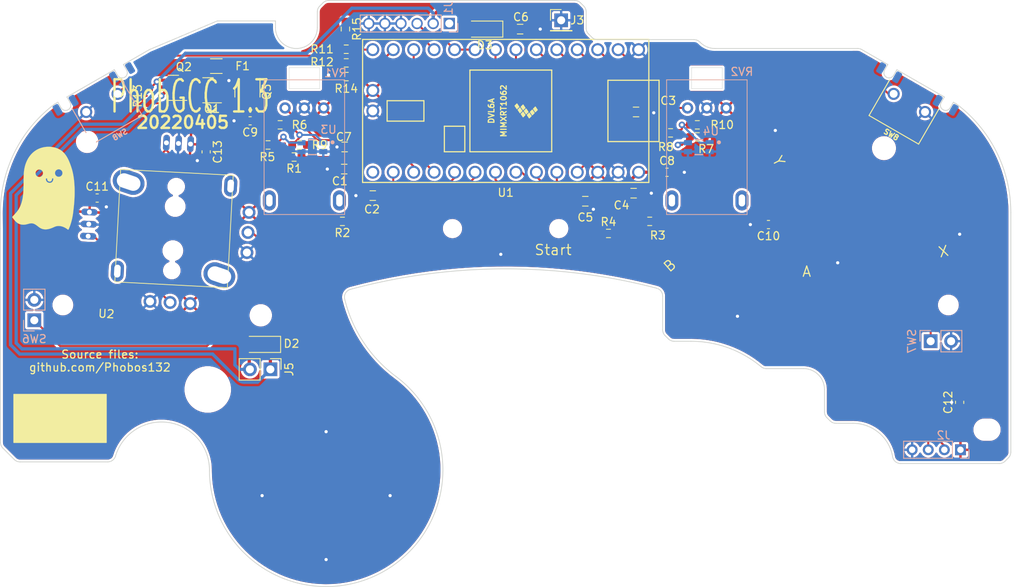
<source format=kicad_pcb>
(kicad_pcb (version 20211014) (generator pcbnew)
  (layers (0 "F.Cu" signal) (31 "B.Cu" signal) (36 "B.SilkS" user "B.Silkscreen") (37 "F.SilkS" user "F.Silkscreen") (38 "B.Mask" user) (39 "F.Mask" user) (44 "Edge.Cuts" user))
  (net 0 "")
  (net 1 "GND")
  (net 2 "+3V3")
  (net 3 "/C_x")
  (net 4 "/C_y")
  (net 5 "/A")
  (net 6 "/B")
  (net 7 "/X")
  (net 8 "/Y")
  (net 9 "/R")
  (net 10 "/Start")
  (net 11 "/Z")
  (net 12 "/Dleft")
  (net 13 "/Dup")
  (net 14 "/Dright")
  (net 15 "/Ddown")
  (net 16 "/Lanalog")
  (net 17 "/Ranalog")
  (net 18 "/Stick_x")
  (net 19 "/Stick_y")
  (net 20 "/L")
  (net 21 "/Stick_x_filt")
  (net 22 "/Stick_y_filt")
  (net 23 "+5V")
  (net 25 "/Rumble")
  (net 27 "/C_x_filt")
  (net 28 "/C_y_filt")
  (net 29 "Net-(R5-Pad2)")
  (net 30 "Net-(R6-Pad2)")
  (net 31 "Net-(R7-Pad2)")
  (net 32 "Net-(Q1-Pad1)")
  (net 33 "Net-(R10-Pad2)")
  (net 34 "Net-(C6-Pad1)")
  (net 35 "Net-(F1-Pad2)")
  (net 36 "Net-(Q1-Pad3)")
  (net 37 "/Brake")
  (net 38 "Net-(Q3-Pad1)")
  (net 39 "Net-(D2-Pad2)")
  (net 40 "/Data")
  (net 41 "unconnected-(U1-Pad11)")
  (footprint "Gamecube MB:ABXY_Contact_Omron_Switch" (layer "F.Cu") (at 153.85 78.35)
    (fp_text reference "SW1" hide)
    (fp_text value "A")
  )
  (footprint "Gamecube MB:ABXY_Contact_Omron_Switch" (layer "F.Cu") (at 138.65 86.05 41)
    (fp_text reference "SW2" hide)
    (fp_text value "B")
  )
  (footprint "Gamecube MB:Z_Switch_Edge" (layer "F.Cu") (at 162.751443 62.775 -30)
    (fp_text reference "SW8")
    (fp_text value "1825027-5")
  )
  (footprint "Gamecube MB:Dpad_Contact_TL3315NF_2" (layer "F.Cu") (at 82.35 108.4 180)
    (fp_text reference "SW9" hide)
    (fp_text value "Dleft" hide)
  )
  (footprint "Gamecube MB:Dpad_Contact_TL3315NF_2" (layer "F.Cu") (at 90.3 100.45 180)
    (fp_text reference "SW10" hide)
    (fp_text value "Dup" hide)
  )
  (footprint "Gamecube MB:Dpad_Contact_TL3315NF_2" (layer "F.Cu") (at 98.25 108.4 180)
    (fp_text reference "SW11" hide)
    (fp_text value "Dright" hide)
  )
  (footprint "Gamecube MB:Dpad_Contact_TL3315NF_2" (layer "F.Cu") (at 90.3 116.35 180)
    (fp_text reference "SW12" hide)
    (fp_text value "Ddown" hide)
  )
  (footprint "Capacitor_SMD:C_0603_1608Metric_Pad1.08x0.95mm_HandSolder" (layer "F.Cu") (at 61.8625 74.6)
    (fp_text reference "C11")
    (fp_text value "1u")
  )
  (footprint "Gamecube MB:GCC_Stickbox_2" (layer "F.Cu") (at 71.405083 78.398232 -3)
    (fp_text reference "U2")
    (fp_text value "2x DRV5053CAQLPGM Hall Effect Sensors")
  )
  (footprint "Capacitors_SMD:C_0603_HandSoldering" (layer "F.Cu") (at 96.1 74.3 180)
    (fp_text reference "C2")
    (fp_text value "0.047u")
  )
  (footprint "Capacitors_SMD:C_0603_HandSoldering" (layer "F.Cu") (at 92.55 71 180)
    (fp_text reference "C1")
    (fp_text value "0.047u")
  )
  (footprint "Capacitors_SMD:C_0603_HandSoldering" (layer "F.Cu") (at 92.6 68.25 180)
    (fp_text reference "C7")
    (fp_text value "0.047u")
  )
  (footprint "Capacitors_SMD:C_0603_HandSoldering" (layer "F.Cu") (at 128.8 63.9)
    (fp_text reference "C3")
    (fp_text value "0.047u")
  )
  (footprint "Capacitors_SMD:C_0603_HandSoldering" (layer "F.Cu") (at 128.5 74)
    (fp_text reference "C4")
    (fp_text value "0.047u")
  )
  (footprint "Gamecube MB:Start_Contact" (layer "F.Cu") (at 112.6 78.45)
    (fp_text reference "SW5" hide)
    (fp_text value "Start")
  )
  (footprint "Gamecube MB:ABXY_Contact_Omron_Switch" (layer "F.Cu") (at 149.85 64.25 -63)
    (fp_text reference "SW4" hide)
    (fp_text value "Y")
  )
  (footprint "Connector_PinHeader_2.54mm:PinHeader_1x01_P2.54mm_Vertical" (layer "F.Cu") (at 119.5 52.5)
    (fp_text reference "J3")
    (fp_text value "Conn_01x01_Male")
  )
  (footprint "teensy:Teensy40_Edge_Pins" (layer "F.Cu") (at 112.61 63.77 180)
    (fp_text reference "U1")
    (fp_text value "Teensy4.0")
  )
  (footprint "Gamecube MB:MountingHole_5.2mm" (layer "F.Cu") (at 75.6 98.4)
    (fp_text reference "H1" hide)
    (fp_text value "5.2mm")
  )
  (footprint "Gamecube MB:MountingHole_2.0mm" (layer "F.Cu") (at 57.6 87.9)
    (fp_text reference "H3" hide)
    (fp_text value "2mm")
  )
  (footprint "Gamecube MB:MountingHole_1.8mm" (layer "F.Cu") (at 106 78.4)
    (fp_text reference "H5" hide)
    (fp_text value "1.8mm")
  )
  (footprint "Gamecube MB:MountingHole_1.8mm" (layer "F.Cu") (at 119.2 78.4)
    (fp_text reference "H6" hide)
    (fp_text value "1.8mm")
  )
  (footprint "Gamecube MB:MountingHole_2.4mm" (layer "F.Cu") (at 159.6 68.4)
    (fp_text reference "H7" hide)
    (fp_text value "2.4mm")
  )
  (footprint "Gamecube MB:MountingHole_2.0mm" (layer "F.Cu") (at 167.6 87.9)
    (fp_text reference "H4" hide)
    (fp_text value "2mm")
  )
  (footprint "Gamecube MB:MountingHole_2.2mm" (layer "F.Cu") (at 60.616622 67.616621)
    (fp_text reference "H8" hide)
    (fp_text value "2.2mm")
  )
  (footprint "Gamecube MB:ABXY_Contact_Omron_Switch" (layer "F.Cu") (at 168.15 74.95 12)
    (fp_text reference "SW3" hide)
    (fp_text value "X")
  )
  (footprint "Gamecube MB:Slot" (layer "F.Cu") (at 172.4 103.4)
    (fp_text reference "H2" hide)
    (fp_text value "Slot")
  )
  (footprint "Gamecube MB:MountingHole_2.2mm" (layer "F.Cu") (at 82.183378 89.183378)
    (fp_text reference "H9" hide)
    (fp_text value "2.2mm")
  )
  (footprint "Capacitors_SMD:C_0603_HandSoldering" (layer "F.Cu") (at 122.5 75)
    (fp_text reference "C5")
    (fp_text value "0.047u")
  )
  (footprint "Resistor_SMD:R_0603_1608Metric_Pad0.98x0.95mm_HandSolder" (layer "F.Cu") (at 92.325 77.5 180)
    (fp_text reference "R2")
    (fp_text value "1k")
  )
  (footprint "Resistor_SMD:R_0603_1608Metric_Pad0.98x0.95mm_HandSolder" (layer "F.Cu") (at 86.325 69.5 180)
    (fp_text reference "R1")
    (fp_text value "1k")
  )
  (footprint "Capacitors_SMD:C_0603_HandSoldering" (layer "F.Cu") (at 114.4 53.6)
    (fp_text reference "C6")
    (fp_text value "0.047u")
  )
  (footprint "Capacitor_SMD:C_0603_1608Metric_Pad1.08x0.95mm_HandSolder" (layer "F.Cu") (at 132.65 71.4)
    (fp_text reference "C8")
    (fp_text value "1u")
  )
  (footprint "Capacitor_SMD:C_0603_1608Metric_Pad1.08x0.95mm_HandSolder" (layer "F.Cu") (at 169 100 90)
    (fp_text reference "C12")
    (fp_text value "1u")
  )
  (footprint "Capacitor_SMD:C_0603_1608Metric_Pad1.08x0.95mm_HandSolder" (layer "F.Cu") (at 145.25 77.9 180)
    (fp_text reference "C10")
    (fp_text value "1u")
  )
  (footprint "Resistor_SMD:R_1206_3216Metric" (layer "F.Cu") (at 76.6625 58.2)
    (fp_text reference "F1")
    (fp_text value "Fuse")
  )
  (footprint "Resistor_SMD:R_0603_1608Metric_Pad0.98x0.95mm_HandSolder" (layer "F.Cu") (at 92.8 59.5)
    (fp_text reference "R14")
    (fp_text value "10k")
  )
  (footprint "Gamecube MB:Ghost Logo" (layer "F.Cu") (at 55.4 73.5)
    (fp_text reference "G***" hide)
    (fp_text value "LOGO" hide)
  )
  (footprint "Resistor_SMD:R_0603_1608Metric_Pad0.98x0.95mm_HandSolder" (layer "F.Cu") (at 136.4125 67 180)
    (fp_text reference "R7")
    (fp_text value "1k")
  )
  (footprint "Capacitor_SMD:C_0603_1608Metric_Pad1.08x0.95mm_HandSolder" (layer "F.Cu") (at 75.4 68.8625 -90)
    (fp_text reference "C13")
    (fp_text value "1u")
  )
  (footprint "Diode_SMD:D_SOD-123" (layer "F.Cu") (at 110 53.6 180)
    (fp_text reference "D3")
    (fp_text value "M7C")
  )
  (footprint "Resistor_SMD:R_0603_1608Metric_Pad0.98x0.95mm_HandSolder" (layer "F.Cu") (at 130.5 77.5)
    (fp_text reference "R3")
    (fp_text value "1k")
  )
  (footprint "Resistor_SMD:R_0603_1608Metric_Pad0.98x0.95mm_HandSolder" (layer "F.Cu") (at 125.375 79)
    (fp_text reference "R4")
    (fp_text value "1k")
  )
  (footprint "Resistor_SMD:R_0603_1608Metric_Pad0.98x0.95mm_HandSolder" (layer "F.Cu") (at 133.0875 66.5 180)
    (fp_text reference "R8")
    (fp_text value "1k")
  )
  (footprint "Package_TO_SOT_SMD:SOT-23" (layer "F.Cu") (at 80.525 61.4 -90)
    (fp_text reference "Q3")
    (fp_text value "Q_NMOS_GSD")
  )
  (footprint "Resistor_SMD:R_0603_1608Metric_Pad0.98x0.95mm_HandSolder" (layer "F.Cu") (at 68.325 61.9 90)
    (fp_text reference "R13")
    (fp_text value "10k")
  )
  (footprint "Capacitor_SMD:C_0603_1608Metric_Pad1.08x0.95mm_HandSolder" (layer "F.Cu") (at 80.8625 65 180)
    (fp_text reference "C9")
    (fp_text value "1u")
  )
  (footprint "Resistor_SMD:R_0603_1608Metric_Pad0.98x0.95mm_HandSolder" (layer "F.Cu") (at 83.0875 68)
    (fp_text reference "R5")
    (fp_text value "1k")
  )
  (footprint "Resistor_SMD:R_0603_1608Metric_Pad0.98x0.95mm_HandSolder" (layer "F.Cu") (at 92.7 53.5875 -90)
    (fp_text reference "R15")
    (fp_text value "10k")
  )
  (footprint "Connector_PinHeader_2.54mm:PinHeader_1x02_P2.54mm_Vertical" (layer "F.Cu") (at 83.375 95.9 -90)
    (fp_text reference "J5")
    (fp_text value "Conn_01x02_Male")
  )
  (footprint "Resistor_SMD:R_0603_1608Metric_Pad0.98x0.95mm_HandSolder" (layer "F.Cu") (at 84.5875 65.5)
    (fp_text reference "R6")
    (fp_text value "4k7")
  )
  (footprint "Package_TO_SOT_SMD:SOT-23" (layer "F.Cu") (at 75.625 61.2 180)
    (fp_text reference "Q1")
    (fp_text value "Q_NMOS_GSD")
  )
  (footprint "Diode_SMD:D_SOD-123" (layer "F.Cu") (at 82.4 92.8 180)
    (fp_text reference "D2")
    (fp_text value "M7C")
  )
  (footprint "Resistor_SMD:R_0603_1608Metric_Pad0.98x0.95mm_HandSolder" (layer "F.Cu") (at 92.8 56.1 180)
    (fp_text reference "R11")
    (fp_text value "100R")
  )
  (footprint "Resistor_SMD:R_0603_1608Metric_Pad0.98x0.95mm_HandSolder" (layer "F.Cu") (at 136.4125 65.5 180)
    (fp_text reference "R10")
    (fp_text value "4k7")
  )
  (footprint "Resistor_SMD:R_0603_1608Metric_Pad0.98x0.95mm_HandSolder" (layer "F.Cu") (at 87 68)
    (fp_text reference "R9")
    (fp_text value "1k")
  )
  (footprint "Package_TO_SOT_SMD:SOT-23" (layer "F.Cu") (at 71.325 60.9 180)
    (fp_text reference "Q2")
    (fp_text value "Q_PMOS_GDS")
  )
  (footprint "Resistor_SMD:R_0603_1608Metric_Pad0.98x0.95mm_HandSolder" (layer "F.Cu") (at 92.8 57.8 180)
    (fp_text reference "R12")
    (fp_text value "100R")
  )
  (footprint "Pin_Headers:Pin_Header_Straight_1x02_Pitch2.54mm" (layer "B.Cu") (at 54.05 89.8)
    (fp_text reference "SW6")
    (fp_text value "L")
  )
  (footprint "Pin_Headers:Pin_Header_Straight_1x02_Pitch2.54mm" (layer "B.Cu") (at 165.4 92.4 -90)
    (fp_text reference "SW7")
    (fp_text value "R")
  )
  (footprint "Gamecube MB:GCC_Slider" (layer "B.Cu") (at 137.6 63.4 180)
    (fp_text reference "RV2")
    (fp_text value "R_POT_MountingPin")
  )
  (footprint "Gamecube MB:GCC_Slider" (layer "B.Cu") (at 87.6 63.4 180)
    (fp_text reference "RV1")
    (fp_text value "R_POT_MountingPin")
  )
  (footprint "Pin_Headers:Pin_Header_Straight_1x04_Pitch2.00mm" (layer "B.Cu") (at 169.1 105.9 90)
    (fp_text reference "J2")
    (fp_text value "Conn_01x04_Female")
  )
  (footprint "Gamecube MB:GCC_Header_Straight_1x06_Pitch2.00mm" (layer "B.Cu") (at 105.6 52.9 90)
    (fp_text reference "J1")
    (fp_text value "Conn_01x06_Female")
  )
  (footprint "Gamecube MB:Z_Switch_Edge" (layer "B.Cu") (at 62.445765 62.775 -150)
    (fp_text reference "SW8")
    (fp_text value "1825027-5")
  )
  (footprint "Gamecube MB:Sharp_Microelectronics-GP2S60-MFG" (layer "B.Cu") (at 88.6 68.275 180)
    (fp_text reference "U3")
    (fp_text value "GP2S60-MFG" hide)
  )
  (footprint "Gamecube MB:Sharp_Microelectronics-GP2S60-MFG" (layer "B.Cu") (at 136.6 68.275 180)
    (fp_text reference "U4")
    (fp_text value "GP2S60-MFG" hide)
  )
  (gr_poly (pts (xy 63 105) (xy 51.5 105) (xy 51.5 99) (xy 63 99)) (layer "F.SilkS") (width 0.1) (fill solid))
  (gr_line (start 85.7 61) (end 85.7 58.4) (layer "Edge.Cuts") (width 0.05))
  (gr_line (start 135.7 61) (end 135.7 58.4) (layer "Edge.Cuts") (width 0.05))
  (gr_line (start 161.660995 107.607107) (end 173.942892 107.607107) (layer "Edge.Cuts") (width 0.1))
  (gr_line (start 166.697895 62.732132) (end 167.096672 62.038607) (layer "Edge.Cuts") (width 0.1))
  (gr_arc (start 52.271319 107.407107) (mid 51.888636 107.330986) (end 51.564213 107.114213) (layer "Edge.Cuts") (width 0.1))
  (gr_line (start 152.207106 98.407107) (end 152.207106 101.192893) (layer "Edge.Cuts") (width 0.1))
  (gr_line (start 153.621319 102.607107) (end 155.744915 102.607107) (layer "Edge.Cuts") (width 0.1))
  (gr_line (start 160.074731 58.000991) (end 156.838573 56.1402) (layer "Edge.Cuts") (width 0.1))
  (gr_arc (start 167.824873 63.380144) (mid 166.937378 63.619627) (end 166.697895 62.732132) (layer "Edge.Cuts") (width 0.1))
  (gr_line (start 135.7 58.4) (end 139.5 58.4) (layer "Edge.Cuts") (width 0.05))
  (gr_line (start 174.649999 107.314213) (end 175.064212 106.9) (layer "Edge.Cuts") (width 0.1))
  (gr_line (start 161.201709 58.649003) (end 160.802932 59.342529) (layer "Edge.Cuts") (width 0.1))
  (gr_line (start 89.5 61) (end 85.7 61) (layer "Edge.Cuts") (width 0.05))
  (gr_arc (start 131.359616 85.813703) (mid 131.898469 86.16995) (end 132.107106 86.781297) (layer "Edge.Cuts") (width 0.1))
  (gr_arc (start 92.608864 87.15648) (mid 92.720453 86.410866) (end 93.320992 85.955076) (layer "Edge.Cuts") (width 0.1))
  (gr_arc (start 89.207106 53.407107) (mid 86.607106 56.007107) (end 84.007106 53.407107) (layer "Edge.Cuts") (width 0.1))
  (gr_line (start 89.207106 51.450963) (end 89.207106 53.407107) (layer "Edge.Cuts") (width 0.1))
  (gr_arc (start 89.207106 51.450963) (mid 89.283226 51.068279) (end 89.499999 50.743856) (layer "Edge.Cuts") (width 0.1))
  (gr_line (start 168.607106 62.907107) (end 168.22365 62.68662) (layer "Edge.Cuts") (width 0.1))
  (gr_arc (start 133.521318 92.407107) (mid 133.138635 92.330986) (end 132.814212 92.114213) (layer "Edge.Cuts") (width 0.1))
  (gr_arc (start 93.320992 85.955077) (mid 112.331099 83.40762) (end 131.359616 85.813703) (layer "Edge.Cuts") (width 0.1))
  (gr_arc (start 138.607106 56.007107) (mid 137.591534 55.800559) (end 136.737319 55.213733) (layer "Edge.Cuts") (width 0.1))
  (gr_line (start 132.399999 91.7) (end 132.814212 92.114213) (layer "Edge.Cuts") (width 0.1))
  (gr_arc (start 49.840102 76.407107) (mid 51.62164 68.860375) (end 56.590102 62.907107) (layer "Edge.Cuts") (width 0.1))
  (gr_line (start 49.857106 78.407107) (end 49.857106 104.992893) (layer "Edge.Cuts") (width 0.1))
  (gr_arc (start 122.314213 50.743856) (mid 122.530986 51.068279) (end 122.607106 51.450963) (layer "Edge.Cuts") (width 0.1))
  (gr_line (start 152.499999 101.9) (end 152.914212 102.314213) (layer "Edge.Cuts") (width 0.1))
  (gr_arc (start 168.607106 62.907107) (mid 173.575565 68.860378) (end 175.357106 76.407107) (layer "Edge.Cuts") (width 0.1))
  (gr_line (start 89.914212 50.329643) (end 89.499999 50.743856) (layer "Edge.Cuts") (width 0.1))
  (gr_arc (start 135.607106 92.407106) (mid 140.249987 93.223411) (end 144.335996 95.574417) (layer "Edge.Cuts") (width 0.1))
  (gr_arc (start 144.977271 95.807106) (mid 144.636178 95.747135) (end 144.335996 95.574417) (layer "Edge.Cuts") (width 0.1))
  (gr_line (start 168.22365 62.68662) (end 167.824873 63.380145) (layer "Edge.Cuts") (width 0.1))
  (gr_line (start 139.5 58.4) (end 139.5 61) (layer "Edge.Cuts") (width 0.05))
  (gr_line (start 122.607106 53.494375) (end 122.607106 51.450963) (layer "Edge.Cuts") (width 0.1))
  (gr_arc (start 124.021319 54.908589) (mid 123.638635 54.832469) (end 123.314212 54.615696) (layer "Edge.Cuts") (width 0.1))
  (gr_line (start 84.007106 52.580115) (end 76.779945 52.580115) (layer "Edge.Cuts") (width 0.1))
  (gr_line (start 52.27132 107.407107) (end 63.177448 107.407107) (layer "Edge.Cuts") (width 0.1))
  (gr_line (start 122.314212 50.743856) (end 121.899999 50.329643) (layer "Edge.Cuts") (width 0.1))
  (gr_arc (start 64.135292 106.694399) (mid 70.711063 102.508705) (end 75.807105 108.407107) (layer "Edge.Cuts") (width 0.1))
  (gr_line (start 85.7 58.4) (end 89.5 58.4) (layer "Edge.Cuts") (width 0.05))
  (gr_arc (start 155.744914 102.607106) (mid 158.972401 103.788293) (end 160.674982 106.773773) (layer "Edge.Cuts") (width 0.1))
  (gr_line (start 167.096672 62.038607) (end 161.201709 58.649003) (layer "Edge.Cuts") (width 0.1))
  (gr_arc (start 122.899999 54.201482) (mid 122.683226 53.877059) (end 122.607106 53.494375) (layer "Edge.Cuts") (width 0.1))
  (gr_line (start 132.107106 86.781297) (end 132.107106 90.992893) (layer "Edge.Cuts") (width 0.1))
  (gr_arc (start 98.971544 96.780519) (mid 96.811553 121.366358) (end 75.807105 108.407107) (layer "Edge.Cuts") (width 0.1))
  (gr_arc (start 89.914212 50.329642) (mid 90.238635 50.112869) (end 90.621319 50.036749) (layer "Edge.Cuts") (width 0.1))
  (gr_line (start 84.007106 53.407107) (end 84.007106 52.580115) (layer "Edge.Cuts") (width 0.1))
  (gr_arc (start 153.621318 102.607107) (mid 153.238635 102.530986) (end 152.914212 102.314213) (layer "Edge.Cuts") (width 0.1))
  (gr_line (start 136.01817 54.908589) (end 124.021319 54.908589) (layer "Edge.Cuts") (width 0.1))
  (gr_line (start 175.357106 106.192893) (end 175.357106 76.407107) (layer "Edge.Cuts") (width 0.1))
  (gr_arc (start 152.499999 101.9) (mid 152.283226 101.575577) (end 152.207106 101.192893) (layer "Edge.Cuts") (width 0.1))
  (gr_arc (start 161.660994 107.607107) (mid 161.015497 107.370869) (end 160.674982 106.773773) (layer "Edge.Cuts") (width 0.1))
  (gr_line (start 68.358635 56.1402) (end 65.122477 58.000991) (layer "Edge.Cuts") (width 0.1))
  (gr_line (start 63.995499 58.649003) (end 58.100536 62.038607) (layer "Edge.Cuts") (width 0.1))
  (gr_line (start 121.192892 50.036749) (end 90.621319 50.036749) (layer "Edge.Cuts") (width 0.1))
  (gr_line (start 156.340102 56.007107) (end 138.607106 56.007107) (layer "Edge.Cuts") (width 0.1))
  (gr_line (start 89.5 58.4) (end 89.5 61) (layer "Edge.Cuts") (width 0.05))
  (gr_line (start 50.15 105.7) (end 51.564213 107.114213) (layer "Edge.Cuts") (width 0.1))
  (gr_arc (start 65.521254 58.694516) (mid 65.28179 59.581947) (end 64.394276 59.342528) (layer "Edge.Cuts") (width 0.1))
  (gr_line (start 159.675954 58.694516) (end 160.074731 58.000991) (layer "Edge.Cuts") (width 0.1))
  (gr_arc (start 160.802932 59.342528) (mid 159.915437 59.582011) (end 159.675954 58.694516) (layer "Edge.Cuts") (width 0.1))
  (gr_line (start 139.5 61) (end 135.7 61) (layer "Edge.Cuts") (width 0.05))
  (gr_arc (start 174.649999 107.314214) (mid 174.325576 107.530987) (end 173.942892 107.607107) (layer "Edge.Cuts") (width 0.1))
  (gr_line (start 57.372335 63.380145) (end 56.973558 62.68662) (layer "Edge.Cuts") (width 0.1))
  (gr_line (start 65.122477 58.000991) (end 65.521254 58.694516) (layer "Edge.Cuts") (width 0.1))
  (gr_arc (start 175.357106 106.192894) (mid 175.280985 106.575577) (end 175.064212 106.9) (layer "Edge.Cuts") (width 0.1))
  (gr_arc (start 121.192893 50.036749) (mid 121.575576 50.11287) (end 121.899999 50.329643) (layer "Edge.Cuts") (width 0.1))
  (gr_arc (start 98.971543 96.780519) (mid 94.948818 92.52476) (end 92.608865 87.156481) (layer "Edge.Cuts") (width 0.1))
  (gr_arc (start 149.607106 95.807107) (mid 151.445584 96.568629) (end 152.207106 98.407107) (layer "Edge.Cuts") (width 0.1))
  (gr_arc (start 136.01817 54.908589) (mid 136.408775 54.98803) (end 136.737319 55.213733) (layer "Edge.Cuts") (width 0.1))
  (gr_line (start 58.100536 62.038607) (end 58.499313 62.732132) (layer "Edge.Cuts") (width 0.1))
  (gr_line (start 76.779945 52.580115) (end 68.358635 56.1402) (layer "Edge.Cuts") (width 0.1))
  (gr_line (start 56.973558 62.68662) (end 56.590102 62.907107) (layer "Edge.Cuts") (width 0.1))
  (gr_line (start 64.394276 59.342529) (end 63.995499 58.649003) (layer "Edge.Cuts") (width 0.1))
  (gr_arc (start 156.340102 56.007106) (mid 156.598069 56.040952) (end 156.838573 56.1402) (layer "Edge.Cuts") (width 0.1))
  (gr_line (start 123.314212 54.615696) (end 122.899999 54.201482) (layer "Edge.Cuts") (width 0.1))
  (gr_arc (start 64.135291 106.694399) (mid 63.774402 107.209382) (end 63.177448 107.407107) (layer "Edge.Cuts") (width 0.1))
  (gr_line (start 49.840102 76.407107) (end 49.857106 78.407107) (layer "Edge.Cuts") (width 0.1))
  (gr_arc (start 58.499313 62.732132) (mid 58.259811 63.619585) (end 57.372335 63.380144) (layer "Edge.Cuts") (width 0.1))
  (gr_line (start 144.977271 95.807107) (end 149.607106 95.807107) (layer "Edge.Cuts") (width 0.1))
  (gr_arc (start 132.399999 91.7) (mid 132.183226 91.375577) (end 132.107106 90.992893) (layer "Edge.Cuts") (width 0.1))
  (gr_arc (start 50.149999 105.7) (mid 49.933226 105.375577) (end 49.857106 104.992893) (layer "Edge.Cuts") (width 0.1))
  (gr_line (start 133.521319 92.407107) (end 135.607106 92.407107) (layer "Edge.Cuts") (width 0.1))
  (gr_text "20220405" (at 72.5 65.2) (layer "F.SilkS") (effects (font (size 1.5 1.5) (thickness 0.3))))
  (gr_text "PhobGCC 1.3" (at 73.4 62) (layer "F.SilkS") (effects (font (size 4 2) (thickness 0.3))))
  (gr_text "Source files:\ngithub.com/Phobos132" (at 62.2 94.85) (layer "F.SilkS") (effects (font (size 1 1))))
  (segment (start 78.9875 60.4625) (end 78.525 60) (width 0.4) (layer "F.Cu") (net 1))
  (segment (start 79.575 60.4625) (end 78.9875 60.4625) (width 0.4) (layer "F.Cu") (net 1))
  (segment (start 74.3 69.95) (end 74.525 69.725) (width 0.25) (layer "F.Cu") (net 1))
  (segment (start 168.8625 99.1375) (end 168 100) (width 0.25) (layer "F.Cu") (net 1))
  (segment (start 74.525 69.725) (end 75.4 69.725) (width 0.25) (layer "F.Cu") (net 1))
  (segment (start 144.3 77.9) (end 143 77.9) (width 0.4) (layer "F.Cu") (net 1))
  (segment (start 92.925 52.9) (end 95.6 52.9) (width 0.25) (layer "F.Cu") (net 1))
  (segment (start 169 99.1375) (end 168.8625 99.1375) (width 0.25) (layer "F.Cu") (net 1))
  (segment (start 90.8 59.5) (end 90.6 59.3) (width 0.25) (layer "F.Cu") (net 1))
  (segment (start 129.75 63.9) (end 130.9 63.9) (width 0.25) (layer "F.Cu") (net 1))
  (segment (start 78.525 60) (end 78.225 60) (width 0.4) (layer "F.Cu") (net 1))
  (segment (start 62.725 75.425) (end 63 75.7) (width 0.25) (layer "F.Cu") (net 1))
  (segment (start 115.35 53.6) (end 116.9 53.6) (width 0.4) (layer "F.Cu") (net 1))
  (segment (start 123.5 76) (end 123.5 75.05) (width 0.25) (layer "F.Cu") (net 1))
  (segment (start 129.45 74) (end 130.700002 74) (width 0.25) (layer "F.Cu") (net 1))
  (segment (start 95.15 74.3) (end 94.000002 74.3) (width 0.25) (layer "F.Cu") (net 1))
  (segment (start 62.725 74.6) (end 62.725 75.425) (width 0.25) (layer "F.Cu") (net 1))
  (segment (start 91.6 71) (end 90.450002 71) (width 0.25) (layer "F.Cu") (net 1))
  (segment (start 80 65) (end 78.8625 65) (width 0.25) (layer "F.Cu") (net 1))
  (segment (start 77.975 60.25) (end 78.225 60) (width 0.4) (layer "F.Cu") (net 1))
  (segment (start 134.8 71.4) (end 133.6 71.4) (width 0.4) (layer "F.Cu") (net 1))
  (segment (start 91.8875 59.5) (end 90.8 59.5) (width 0.25) (layer "F.Cu") (net 1))
  (segment (start 130.9 63.9) (end 131 64) (width 0.25) (layer "F.Cu") (net 1))
  (segment (start 76.5625 60.25) (end 77.975 60.25) (width 0.4) (layer "F.Cu") (net 1))
  (via (at 98.25 111.6) (size 0.8) (drill 0.4) (layers "F.Cu" "B.Cu") (net 1))
  (via (at 91.65 68.25) (size 0.8) (drill 0.4) (layers "F.Cu" "B.Cu") (net 1))
  (via (at 78.225 60) (size 0.8) (drill 0.4) (layers "F.Cu" "B.Cu") (net 1))
  (via (at 123.5 76) (size 0.8) (drill 0.4) (layers "F.Cu" "B.Cu") (net 1))
  (via (at 143 77.9) (size 0.8) (drill 0.4) (layers "F.Cu" "B.Cu") (net 1))
  (via (at 94.000002 74.3) (size 0.8) (drill 0.4) (layers "F.Cu" "B.Cu") (net 1))
  (via (at 112 81.6) (size 0.8) (drill 0.4) (layers "F.Cu" "B.Cu") (net 1))
  (via (at 63 75.7) (size 0.8) (drill 0.4) (layers "F.Cu" "B.Cu") (net 1))
  (via (at 90.3 119.55) (size 0.8) (drill 0.4) (layers "F.Cu" "B.Cu") (net 1))
  (via (at 78.8625 65) (size 0.8) (drill 0.4) (layers "F.Cu" "B.Cu") (net 1))
  (via (at 130.700002 74) (size 0.8) (drill 0.4) (layers "F.Cu" "B.Cu") (net 1))
  (via (at 90.6 59.3) (size 0.8) (drill 0.4) (layers "F.Cu" "B.Cu") (net 1))
  (via (at 169 79.1) (size 0.8) (drill 0.4) (layers "F.Cu" "B.Cu") (net 1))
  (via (at 131 64) (size 0.8) (drill 0.4) (layers "F.Cu" "B.Cu") (net 1))
  (via (at 146.1 66.2) (size 0.8) (drill 0.4) (layers "F.Cu" "B.Cu") (net 1))
  (via (at 153.85 82.65) (size 0.8) (drill 0.4) (layers "F.Cu" "B.Cu") (net 1))
  (via (at 90.3 103.65) (size 0.8) (drill 0.4) (layers "F.Cu" "B.Cu") (net 1))
  (via (at 116.9 53.6) (size 0.8) (drill 0.4) (layers "F.Cu" "B.Cu") (net 1))
  (via (at 90.450002 71) (size 0.8) (drill 0.4) (layers "F.Cu" "B.Cu") (net 1))
  (via (at 134.8 71.4) (size 0.8) (drill 0.4) (layers "F.Cu" "B.Cu") (net 1))
  (via (at 74.3 69.95) (size 0.8) (drill 0.4) (layers "F.Cu" "B.Cu") (net 1))
  (via (at 141.4 89.3) (size 0.8) (drill 0.4) (layers "F.Cu" "B.Cu") (net 1))
  (via (at 168 100) (size 0.8) (drill 0.4) (layers "F.Cu" "B.Cu") (net 1))
  (via (at 82.35 111.6) (size 0.8) (drill 0.4) (layers "F.Cu" "B.Cu") (net 1))
  (segment (start 89.95 68.825) (end 91.075 68.825) (width 0.25) (layer "B.Cu") (net 1))
  (segment (start 91.075 68.825) (end 91.65 68.25) (width 0.25) (layer "B.Cu") (net 1))
  (segment (start 131.325 77.5) (end 139.2 77.5) (width 0.25) (layer "F.Cu") (net 3))
  (segment (start 139.2 77.5) (end 167.1 105.4) (width 0.25) (layer "F.Cu") (net 3))
  (segment (start 126.2 79) (end 139.6 79) (width 0.25) (layer "F.Cu") (net 4))
  (segment (start 165.1 104.5) (end 165.1 105.9) (width 0.25) (layer "F.Cu") (net 4))
  (segment (start 139.6 79) (end 165.1 104.5) (width 0.25) (layer "F.Cu") (net 4))
  (segment (start 142.7 72.2) (end 140.5 70) (width 0.25) (layer "F.Cu") (net 5))
  (segment (start 140.525 61.4) (end 135.4 61.4) (width 0.25) (layer "F.Cu") (net 5))
  (segment (start 140.5 70) (end 140.5 65.5) (width 0.25) (layer "F.Cu") (net 5))
  (segment (start 140.5 65.5) (end 141.5 64.5) (width 0.25) (layer "F.Cu") (net 5))
  (segment (start 119.619989 59.349989) (end 116.42 56.15) (width 0.25) (layer "F.Cu") (net 5))
  (segment (start 141.5 62.375) (end 140.525 61.4) (width 0.25) (layer "F.Cu") (net 5))
  (segment (start 141.5 64.5) (end 141.5 62.375) (width 0.25) (layer "F.Cu") (net 5))
  (segment (start 153.85 73.25) (end 152.8 72.2) (width 0.25) (layer "F.Cu") (net 5))
  (segment (start 133.349989 59.349989) (end 119.619989 59.349989) (width 0.25) (layer "F.Cu") (net 5))
  (segment (start 135.4 61.4) (end 133.349989 59.349989) (width 0.25) (layer "F.Cu") (net 5))
  (segment (start 153.85 74.15) (end 153.85 73.25) (width 0.25) (layer "F.Cu") (net 5))
  (segment (start 152.8 72.2) (end 142.7 72.2) (width 0.25) (layer "F.Cu") (net 5))
  (segment (start 133.019265 80) (end 133.019265 80.004933) (width 0.25) (layer "F.Cu") (net 6))
  (segment (start 123.2 80) (end 133.019265 80) (width 0.25) (layer "F.Cu") (net 6))
  (segment (start 113.88 71.39) (end 114.59 71.39) (width 0.25) (layer "F.Cu") (net 6))
  (segment (start 133.019265 80.004933) (end 135.894552 82.88022) (width 0.25) (layer "F.Cu") (net 6))
  (segment (start 114.59 71.39) (end 123.2 80) (width 0.25) (layer "F.Cu") (net 6))
  (segment (start 132.812155 57.849958) (end 125.739958 57.849958) (width 0.25) (layer "F.Cu") (net 7))
  (segment (start 167.5 70.7) (end 153.799989 56.999989) (width 0.25) (layer "F.Cu") (net 7))
  (segment (start 125.739958 57.849958) (end 124.04 56.15) (width 0.25) (layer "F.Cu") (net 7))
  (segment (start 133.662124 56.999989) (end 132.812155 57.849958) (width 0.25) (layer "F.Cu") (net 7))
  (segment (start 153.799989 56.999989) (end 133.662124 56.999989) (width 0.25) (layer "F.Cu") (net 7))
  (segment (start 133.869235 57.5) (end 152.5 57.5) (width 0.25) (layer "F.Cu") (net 8))
  (segment (start 154.5 59.5) (end 154.5 61.457318) (width 0.25) (layer "F.Cu") (net 8))
  (segment (start 123.699968 58.349968) (end 133.019267 58.349968) (width 0.25) (layer "F.Cu") (net 8))
  (segment (start 121.5 56.15) (end 123.699968 58.349968) (width 0.25) (layer "F.Cu") (net 8))
  (segment (start 154.5 61.457318) (end 153.636778 62.32054) (width 0.25) (layer "F.Cu") (net 8))
  (segment (start 133.019267 58.349968) (end 133.869235 57.5) (width 0.25) (layer "F.Cu") (net 8))
  (segment (start 152.5 57.5) (end 154.5 59.5) (width 0.25) (layer "F.Cu") (net 8))
  (segment (start 135.2 58) (end 139.713906 58) (width 0.25) (layer "F.Cu") (net 9))
  (segment (start 141.301933 65.887819) (end 141.301933 69.301933) (width 0.25) (layer "F.Cu") (net 9))
  (segment (start 142.5 60.786094) (end 142.5 64.689752) (width 0.25) (layer "F.Cu") (net 9))
  (segment (start 141.301933 69.301933) (end 143.5 71.5) (width 0.25) (layer "F.Cu") (net 9))
  (segment (start 118.96 56.15) (end 121.659978 58.849978) (width 0.25) (layer "F.Cu") (net 9))
  (segment (start 139.713906 58) (end 142.5 60.786094) (width 0.25) (layer "F.Cu") (net 9))
  (segment (start 165.4 80.9) (end 165.4 92.4) (width 0.25) (layer "F.Cu") (net 9))
  (segment (start 143.5 71.5) (end 156 71.5) (width 0.25) (layer "F.Cu") (net 9))
  (segment (start 134.350022 58.849978) (end 135.2 58) (width 0.25) (layer "F.Cu") (net 9))
  (segment (start 156 71.5) (end 165.4 80.9) (width 0.25) (layer "F.Cu") (net 9))
  (segment (start 121.659978 58.849978) (end 134.350022 58.849978) (width 0.25) (layer "F.Cu") (net 9))
  (segment (start 142.5 64.689752) (end 141.301933 65.887819) (width 0.25) (layer "F.Cu") (net 9))
  (segment (start 113.1 75.25) (end 113.1 74.1) (width 0.25) (layer "F.Cu") (net 10))
  (segment (start 111.34 72.34) (end 113.1 74.1) (width 0.25) (layer "F.Cu") (net 10))
  (segment (start 111.34 71.39) (end 111.34 72.34) (width 0.25) (layer "F.Cu") (net 10))
  (segment (start 131.835524 56.499978) (end 130.985553 57.349949) (width 0.25) (layer "F.Cu") (net 11))
  (segment (start 127.779948 57.349948) (end 126.58 56.15) (width 0.25) (layer "F.Cu") (net 11))
  (segment (start 130.985553 57.349949) (end 127.779948 57.349948) (width 0.25) (layer "F.Cu") (net 11))
  (segment (start 154.999978 56.499978) (end 131.835524 56.499978) (width 0.25) (layer "F.Cu") (net 11))
  (segment (start 160.15 61.65) (end 154.999978 56.499978) (width 0.25) (layer "F.Cu") (net 11))
  (segment (start 160.802886 61.65) (end 160.15 61.65) (width 0.25) (layer "F.Cu") (net 11))
  (segment (start 88.75 83.7) (end 91.85 80.6) (width 0.25) (layer "F.Cu") (net 12))
  (segment (start 106.26 72.065) (end 106.26 71.39) (width 0.25) (layer "F.Cu") (net 12))
  (segment (start 86 97.25) (end 88.75 94.5) (width 0.25) (layer "F.Cu") (net 12))
  (segment (start 86 100.5) (end 86 97.25) (width 0.25) (layer "F.Cu") (net 12))
  (segment (start 82.35 104.15) (end 86 100.5) (width 0.25) (layer "F.Cu") (net 12))
  (segment (start 82.35 104.15) (end 82.35 105.2) (width 0.25) (layer "F.Cu") (net 12))
  (segment (start 88.75 94.5) (end 88.75 83.7) (width 0.25) (layer "F.Cu") (net 12))
  (segment (start 91.85 80.6) (end 97.725 80.6) (width 0.25) (layer "F.Cu") (net 12))
  (segment (start 97.725 80.6) (end 106.26 72.065) (width 0.25) (layer "F.Cu") (net 12))
  (segment (start 98.6 82.2) (end 93.3 82.2) (width 0.25) (layer "F.Cu") (net 13))
  (segment (start 108.8 72) (end 98.6 82.2) (width 0.25) (layer "F.Cu") (net 13))
  (segment (start 90.3 85.2) (end 90.3 97.25) (width 0.25) (layer "F.Cu") (net 13))
  (segment (start 93.3 82.2) (end 90.3 85.2) (width 0.25) (layer "F.Cu") (net 13))
  (segment (start 91.25 95.25) (end 91.25 85.95) (width 0.25) (layer "F.Cu") (net 14))
  (segment (start 113.88 59.02) (end 113.88 56.15) (width 0.25) (layer "F.Cu") (net 14))
  (segment (start 94.2 83) (end 99.092351 83) (width 0.25) (layer "F.Cu") (net 14))
  (segment (start 98.25 105.2) (end 98.25 102.25) (width 0.25) (layer "F.Cu") (net 14))
  (segment (start 98.25 102.25) (end 91.25 95.25) (width 0.25) (layer "F.Cu") (net 14))
  (segment (start 110.1 62.8) (end 113.88 59.02) (width 0.25) (layer "F.Cu") (net 14))
  (segment (start 110.1 71.992351) (end 110.1 62.8) (width 0.25) (layer "F.Cu") (net 14))
  (segment (start 91.25 85.95) (end 94.2 83) (width 0.25) (layer "F.Cu") (net 14))
  (segment (start 99.092351 83) (end 110.1 71.992351) (width 0.25) (layer "F.Cu") (net 14))
  (segment (start 111.34 58.86) (end 107.5 62.7) (width 0.25) (layer "F.Cu") (net 15))
  (segment (start 86.902511 98.097489) (end 86.902511 105.8) (width 0.25) (layer "F.Cu") (net 15))
  (segment (start 92.6 81.4) (end 89.5 84.5) (width 0.25) (layer "F.Cu") (net 15))
  (segment (start 107.5 72.1) (end 98.2 81.4) (width 0.25) (layer "F.Cu") (net 15))
  (segment (start 90.3 109.197489) (end 90.3 113.15) (width 0.25) (layer "F.Cu") (net 15))
  (segment (start 98.2 81.4) (end 92.6 81.4) (width 0.25) (layer "F.Cu") (net 15))
  (segment (start 89.5 84.5) (end 89.5 95.5) (width 0.25) (layer "F.Cu") (net 15))
  (segment (start 111.34 56.15) (end 111.34 58.86) (width 0.25) (layer "F.Cu") (net 15))
  (segment (start 89.5 95.5) (end 86.902511 98.097489) (width 0.25) (layer "F.Cu") (net 15))
  (segment (start 86.902511 105.8) (end 90.3 109.197489) (width 0.25) (layer "F.Cu") (net 15))
  (segment (start 107.5 62.7) (end 107.5 72.1) (width 0.25) (layer "F.Cu") (net 15))
  (segment (start 89.2 67.4) (end 93.55 67.4) (width 0.25) (layer "F.Cu") (net 16))
  (segment (start 99.73 67.4) (end 103.72 71.39) (width 0.25) (layer "F.Cu") (net 16))
  (segment (start 87.9125 68) (end 88.6 68) (width 0.25) (layer "F.Cu") (net 16))
  (segment (start 93.55 68.25) (end 93.55 67.4) (width 0.25) (layer "F.Cu") (net 16))
  (segment (start 88.6 68) (end 89.2 67.4) (width 0.25) (layer "F.Cu") (net 16))
  (segment (start 93.55 67.4) (end 99.73 67.4) (width 0.25) (layer "F.Cu") (net 16))
  (segment (start 85.2 63.4) (end 89.2 67.4) (width 0.25) (layer "F.Cu") (net 16))
  (segment (start 127.89 65) (end 121.5 71.39) (width 0.25) (layer "F.Cu") (net 17))
  (segment (start 131.9 66.225) (end 131.9 65) (width 0.25) (layer "F.Cu") (net 17))
  (segment (start 133.5 63.4) (end 131.9 65) (width 0.25) (layer "F.Cu") (net 17))
  (segment (start 131.9 65) (end 127.89 65) (width 0.25) (layer "F.Cu") (net 17))
  (segment (start 135.2 63.4) (end 133.5 63.4) (width 0.25) (layer "F.Cu") (net 17))
  (segment (start 127.85 64.96) (end 127.89 65) (width 0.25) (layer "F.Cu") (net 17))
  (segment (start 127.85 63.9) (end 127.85 64.96) (width 0.25) (layer "F.Cu") (net 17))
  (segment (start 76.35 71.5) (end 77.785987 70.064013) (width 0.25) (layer "F.Cu") (net 18))
  (segment (start 70.923592 87.585624) (end 69 85.662032) (width 0.25) (layer "F.Cu") (net 18))
  (segment (start 69 70) (end 70.4619 68.5381) (width 0.25) (layer "F.Cu") (net 18))
  (segment (start 70.4619 67.734255) (end 70.4619 68.6619) (width 0.25) (layer "F.Cu") (net 18))
  (segment (start 69 85.662032) (end 69 70) (width 0.25) (layer "F.Cu") (net 18))
  (segment (start 70.4619 68.6619) (end 73.3 71.5) (width 0.25) (layer "F.Cu") (net 18))
  (segment (start 84.935987 70.064013) (end 85.5 69.5) (width 0.25) (layer "F.Cu") (net 18))
  (segment (start 73.3 71.5) (end 76.35 71.5) (width 0.25) (layer "F.Cu") (net 18))
  (segment (start 77.785987 70.064013) (end 84.935987 70.064013) (width 0.25) (layer "F.Cu") (net 18))
  (segment (start 82.5 83) (end 74.75 90.75) (width 0.25) (layer "F.Cu") (net 19))
  (segment (start 81.129723 78.879723) (end 82.5 80.25) (width 0.25) (layer "F.Cu") (net 19))
  (segment (start 82.5 80.25) (end 85.25 77.5) (width 0.25) (layer "F.Cu") (net 19))
  (segment (start 62 79.9) (end 61.441415 79.341415) (width 0.25) (layer "F.Cu") (net 19))
  (segment (start 67.25 90.75) (end 62 85.5) (width 0.25) (layer "F.Cu") (net 19))
  (segment (start 82.5 80.25) (end 82.5 83) (width 0.25) (layer "F.Cu") (net 19))
  (segment (start 91.5 77.5) (end 85.25 77.5) (width 0.25) (layer "F.Cu") (net 19))
  (segment (start 74.75 90.75) (end 67.25 90.75) (width 0.25) (layer "F.Cu") (net 19))
  (segment (start 62 85.5) (end 62 79.9) (width 0.25) (layer "F.Cu") (net 19))
  (segment (start 105 72.1) (end 97.3 79.8) (width 0.25) (layer "F.Cu") (net 20))
  (segment (start 101.18 58.78) (end 105 62.6) (width 0.25) (layer "F.Cu") (net 20))
  (segment (start 88.7 79.8) (end 75.5 93) (width 0.25) (layer "F.Cu") (net 20))
  (segment (start 57.25 93) (end 54.05 89.8) (width 0.25) (layer "F.Cu") (net 20))
  (segment (start 105 62.6) (end 105 72.1) (width 0.25) (layer "F.Cu") (net 20))
  (segment (start 101.18 56.15) (end 101.18 58.78) (width 0.25) (layer "F.Cu") (net 20))
  (segment (start 75.5 93) (end 57.25 93) (width 0.25) (layer "F.Cu") (net 20))
  (segment (start 97.3 79.8) (end 88.7 79.8) (width 0.25) (layer "F.Cu") (net 20))
  (segment (start 101.18 70.68) (end 101.18 71.39) (width 0.25) (layer "F.Cu") (net 21))
  (segment (start 87.15 69.5) (end 93.5 69.5) (width 0.25) (layer "F.Cu") (net 21))
  (segment (start 100 69.5) (end 101.18 70.68) (width 0.25) (layer "F.Cu") (net 21))
  (segment (start 93.5 69.5) (end 100 69.5) (width 0.25) (layer "F.Cu") (net 21))
  (segment (start 93.5 71) (end 93.5 69.5) (width 0.25) (layer "F.Cu") (net 21))
  (segment (start 98.64 71.39) (end 98.64 74.36) (width 0.25) (layer "F.Cu") (net 22))
  (segment (start 97.05 74.3) (end 98.58 74.3) (width 0.25) (layer "F.Cu") (net 22))
  (segment (start 96 77.5) (end 98.64 74.86) (width 0.25) (layer "F.Cu") (net 22))
  (segment (start 93.15 77.5) (end 96 77.5) (width 0.25) (layer "F.Cu") (net 22))
  (segment (start 98.64 74.86) (end 98.64 74.36) (width 0.25) (layer "F.Cu") (net 22))
  (segment (start 98.58 74.3) (end 98.64 74.36) (width 0.25) (layer "F.Cu") (net 22))
  (segment (start 103.6 52.9) (end 103.6 51.9) (width 0.4) (layer "F.Cu") (net 23))
  (segment (start 103.6 51.910051) (end 104.110051 51.4) (width 0.4) (layer "F.Cu") (net 23))
  (segment (start 69.47235 59.95) (end 69.277431 60.144919) (width 0.4) (layer "F.Cu") (net 23))
  (segment (start 83.375 95.9) (end 83.375 94.025) (width 0.4) (layer "F.Cu") (net 23))
  (segment (start 104.110051 51.4) (end 106.4 51.4) (width 0.4) (layer "F.Cu") (net 23))
  (segment (start 106.4 51.4) (end 108.6 53.6) (width 0.4) (layer "F.Cu") (net 23))
  (segment (start 72.2625 59.95) (end 69.47235 59.95) (width 0.4) (layer "F.Cu") (net 23))
  (segment (start 84.05 92.8) (end 84.05 93.35) (width 0.4) (layer "F.Cu") (net 23))
  (segment (start 68.43485 60.9875) (end 69.277431 60.144919) (width 0.25) (layer "F.Cu") (net 23))
  (segment (start 84.05 93.35) (end 83.375 94.025) (width 0.4) (layer "F.Cu") (net 23))
  (via (at 69.277431 60.144919) (size 0.8) (drill 0.4) (layers "F.Cu" "B.Cu") (net 23))
  (segment (start 93.5 51) (end 87.9 56.6) (width 0.4) (layer "B.Cu") (net 23))
  (segment (start 72.82235 56.6) (end 69.277431 60.144919) (width 0.4) (layer "B.Cu") (net 23))
  (segment (start 65.106029 65.41758) (end 69.47312 61.050489) (width 0.4) (layer "B.Cu") (net 23))
  (segment (start 103.6 51.6) (end 103 51) (width 0.4) (layer "B.Cu") (net 23))
  (segment (start 59.705749 65.41758) (end 65.106029 65.41758) (width 0.4) (layer "B.Cu") (net 23))
  (segment (start 83.375 95.9) (end 81.775 97.5) (width 0.4) (layer "B.Cu") (net 23))
  (segment (start 103 51) (end 93.5 51) (width 0.4) (layer "B.Cu") (net 23))
  (segment (start 81.775 97.5) (end 80.124956 97.5) (width 0.4) (layer "B.Cu") (net 23))
  (segment (start 103.6 52.9) (end 103.6 51.6) (width 0.4) (layer "B.Cu") (net 23))
  (segment (start 52.247168 93.999998) (end 51.1 92.85283) (width 0.4) (layer "B.Cu") (net 23))
  (segment (start 79.399512 97.199511) (end 76.2 93.999999) (width 0.4) (layer "B.Cu") (net 23))
  (segment (start 51.1 92.85283) (end 51.1 74.323329) (width 0.4) (layer "B.Cu") (net 23))
  (segment (start 51.1 74.323329) (end 51.1 74.023329) (width 0.4) (layer "B.Cu") (net 23))
  (segment (start 51.1 74.023329) (end 59.705749 65.41758) (width 0.4) (layer "B.Cu") (net 23))
  (segment (start 76.2 93.999999) (end 52.247168 93.999998) (width 0.4) (layer "B.Cu") (net 23))
  (segment (start 87.9 56.6) (end 72.82235 56.6) (width 0.4) (layer "B.Cu") (net 23))
  (segment (start 69.47312 61.050489) (end 69.47312 60.617354) (width 0.4) (layer "B.Cu") (net 23))
  (arc (start 69.47312 60.617354) (mid 69.422262 60.361674) (end 69.277431 60.144919) (width 0.4) (layer "B.Cu") (net 23))
  (arc (start 80.124956 97.5) (mid 79.732348 97.421906) (end 79.399512 97.199511) (width 0.4) (layer "B.Cu") (net 23))
  (segment (start 96.1 56.15) (end 93.7625 56.15) (width 0.25) (layer "F.Cu") (net 25))
  (segment (start 92.7 54.5) (end 92.7 55.0875) (width 0.25) (layer "F.Cu") (net 25))
  (segment (start 92.7 55.0875) (end 93.7125 56.1) (width 0.25) (layer "F.Cu") (net 25))
  (segment (start 126 74) (end 125.5 74.5) (width 0.25) (layer "F.Cu") (net 27))
  (segment (start 120.5 74) (end 125 74) (width 0.25) (layer "F.Cu") (net 27))
  (segment (start 125 74) (end 125.5 74.5) (width 0.25) (layer "F.Cu") (net 27))
  (segment (start 128.5 77.5) (end 129.675 77.5) (width 0.25) (layer "F.Cu") (net 27))
  (segment (start 125.5 74.5) (end 128.5 77.5) (width 0.25) (layer "F.Cu") (net 27))
  (segment (start 118.96 72.46) (end 120.5 74) (width 0.25) (layer "F.Cu") (net 27))
  (segment (start 118.96 71.39) (end 118.96 72.46) (width 0.25) (layer "F.Cu") (net 27))
  (segment (start 127.55 74) (end 126 74) (width 0.25) (layer "F.Cu") (net 27))
  (segment (start 123.5 79) (end 124.55 79) (width 0.25) (layer "F.Cu") (net 28))
  (segment (start 120 75.5) (end 123.5 79) (width 0.25) (layer "F.Cu") (net 28))
  (segment (start 121.55 75) (end 120.5 75) (width 0.25) (layer "F.Cu") (net 28))
  (segment (start 120.5 75) (end 120 75.5) (width 0.25) (layer "F.Cu") (net 28))
  (segment (start 116.42 71.92) (end 120 75.5) (width 0.25) (layer "F.Cu") (net 28))
  (segment (start 84 68) (end 85 67) (width 0.25) (layer "F.Cu") (net 29))
  (via (at 85 67) (size 0.8) (drill 0.4) (layers "F.Cu" "B.Cu") (net 29))
  (segment (start 85.725 67.725) (end 85 67) (width 0.25) (layer "B.Cu") (net 29))
  (segment (start 87.25 67.725) (end 85.725 67.725) (width 0.25) (layer "B.Cu") (net 29))
  (segment (start 85.749502 65.5) (end 87 66.750498) (width 0.25) (layer "F.Cu") (net 30))
  (segment (start 87 67.0875) (end 86.0875 68) (width 0.25) (layer "F.Cu") (net 30))
  (segment (start 87 66.750498) (end 87 67.0875) (width 0.25) (layer "F.Cu") (net 30))
  (via (at 87 66.750498) (size 0.8) (drill 0.4) (layers "F.Cu" "B.Cu") (net 30))
  (segment (start 88.975498 66.750498) (end 87 66.750498) (width 0.25) (layer "B.Cu") (net 30))
  (segment (start 89.95 67.725) (end 88.975498 66.750498) (width 0.25) (layer "B.Cu") (net 30))
  (segment (start 134 68) (end 134.5 68) (width 0.25) (layer "F.Cu") (net 31))
  (segment (start 134.5 68) (end 135.5 67) (width 0.25) (layer "F.Cu") (net 31))
  (via (at 134 68) (size 0.8) (drill 0.4) (layers "F.Cu" "B.Cu") (net 31))
  (segment (start 134 68) (end 134.275 67.725) (width 0.25) (layer "B.Cu") (net 31))
  (segment (start 134.275 67.725) (end 135.25 67.725) (width 0.25) (layer "B.Cu") (net 31))
  (segment (start 82.625481 61.899519) (end 82.648251 61.899519) (width 0.25) (layer "F.Cu") (net 32))
  (segment (start 81.025 63.5) (end 79.925 63.5) (width 0.25) (layer "F.Cu") (net 32))
  (segment (start 78.575 62.15) (end 76.5625 62.15) (width 0.25) (layer "F.Cu") (net 32))
  (segment (start 82.648251 61.899519) (end 84.500481 60.047289) (width 0.25) (layer "F.Cu") (net 32))
  (segment (start 79.925 63.5) (end 78.575 62.15) (width 0.25) (layer "F.Cu") (net 32))
  (segment (start 84.500481 60.047289) (end 84.500481 57.899519) (width 0.25) (layer "F.Cu") (net 32))
  (segment (start 82.625481 61.899519) (end 81.025 63.5) (width 0.25) (layer "F.Cu") (net 32))
  (segment (start 91.800481 57.899519) (end 84.500481 57.899519) (width 0.25) (layer "F.Cu") (net 32))
  (segment (start 134.5 65.5) (end 135.5 65.5) (width 0.25) (layer "F.Cu") (net 33))
  (segment (start 134.5 66) (end 134 66.5) (width 0.25) (layer "F.Cu") (net 33))
  (segment (start 134.5 65.5) (end 134.5 66) (width 0.25) (layer "F.Cu") (net 33))
  (via (at 134.5 65.5) (size 0.8) (drill 0.4) (layers "F.Cu" "B.Cu") (net 33))
  (segment (start 137.95 67.725) (end 136.725 67.725) (width 0.25) (layer "B.Cu") (net 33))
  (segment (start 136.725 67.725) (end 134.5 65.5) (width 0.25) (layer "B.Cu") (net 33))
  (segment (start 129.12 71.39) (end 131.69 71.39) (width 0.4) (layer "F.Cu") (net 34))
  (segment (start 121 73) (end 120.250489 72.250489) (width 0.4) (layer "F.Cu") (net 34))
  (segment (start 115.129511 62.329511) (end 115.129511 55.160413) (width 0.4) (layer "F.Cu") (net 34))
  (segment (start 113.45 53.6) (end 111.4 53.6) (width 0.4) (layer "F.Cu") (net 34))
  (segment (start 115.129511 55.129511) (end 113.6 53.6) (width 0.4) (layer "F.Cu") (net 34))
  (segment (start 129.12 71.39) (end 127.51 73) (width 0.4) (layer "F.Cu") (net 34))
  (segment (start 116 63.2) (end 115.129511 62.329511) (width 0.4) (layer "F.Cu") (net 34))
  (segment (start 120.250489 72.250489) (end 120.250489 67.449098) (width 0.4) (layer "F.Cu") (net 34))
  (segment (start 116.001391 63.2) (end 116 63.2) (width 0.4) (layer "F.Cu") (net 34))
  (segment (start 120.250489 67.449098) (end 116.001391 63.2) (width 0.4) (layer "F.Cu") (net 34))
  (segment (start 127.51 73) (end 121 73) (width 0.4) (layer "F.Cu") (net 34))
  (segment (start 80.525 58.8) (end 79.925 58.2) (width 0.4) (layer "F.Cu") (net 35))
  (segment (start 79.925 58.2) (end 78.125 58.2) (width 0.4) (layer "F.Cu") (net 35))
  (segment (start 80.525 62.3375) (end 80.525 58.8) (width 0.4) (layer "F.Cu") (net 35))
  (segment (start 74.6875 61.4375) (end 74.275 61.85) (width 0.25) (layer "F.Cu") (net 36))
  (segment (start 71.9125 62.8125) (end 72.2625 62.4625) (width 0.25) (layer "F.Cu") (net 36))
  (segment (start 74.6875 61.2) (end 74.6875 61.4375) (width 0.25) (layer "F.Cu") (net 36))
  (segment (start 74.275 61.85) (end 72.2625 61.85) (width 0.25) (layer "F.Cu") (net 36))
  (segment (start 72.2625 62.4625) (end 72.2625 61.85) (width 0.25) (layer "F.Cu") (net 36))
  (segment (start 68.325 62.8125) (end 71.9125 62.8125) (width 0.25) (layer "F.Cu") (net 36))
  (segment (start 96.99 57.8) (end 93.725 57.8) (width 0.25) (layer "F.Cu") (net 37))
  (segment (start 98.64 56.15) (end 96.99 57.8) (width 0.25) (layer "F.Cu") (net 37))
  (segment (start 93.7125 57.8) (end 93.7125 59.5) (width 0.25) (layer "F.Cu") (net 37))
  (segment (start 81.475 60.85) (end 81.475 60.4625) (width 0.25) (layer "F.Cu") (net 38))
  (segment (start 83.012507 57.399999) (end 81.475 58.937506) (width 0.25) (layer "F.Cu") (net 38))
  (segment (start 81.475 58.937506) (end 81.475 60.4625) (width 0.25) (layer "F.Cu") (net 38))
  (segment (start 90.587501 57.399999) (end 83.012507 57.399999) (width 0.25) (layer "F.Cu") (net 38))
  (segment (start 91.8875 56.1) (end 90.587501 57.399999) (width 0.25) (layer "F.Cu") (net 38))
  (segment (start 72.949022 60.9) (end 70.3875 60.9) (width 0.4) (layer "F.Cu") (net 39))
  (segment (start 70.3875 61.3375) (end 69.825 61.9) (width 0.4) (layer "F.Cu") (net 39))
  (segment (start 75.2 58.649022) (end 72.949022 60.9) (width 0.4) (layer "F.Cu") (net 39))
  (segment (start 80.75 92.8) (end 80.75 95.815) (width 0.4) (layer "F.Cu") (net 39))
  (segment (start 70.3875 60.9) (end 70.3875 61.3375) (width 0.4) (layer "F.Cu") (net 39))
  (via (at 69.825 61.9) (size 0.8) (drill 0.4) (layers "F.Cu" "B.Cu") (net 39))
  (segment (start 78.969039 95.350479) (end 79.51856 95.9) (width 0.4) (layer "B.Cu") (net 39))
  (segment (start 51.8 74.241888) (end 51.8 92.63427) (width 0.4) (layer "B.Cu") (net 39))
  (segment (start 65.6579 66.0671) (end 59.974788 66.0671) (width 0.4) (layer "B.Cu") (net 39))
  (segment (start 79.51856 95.9) (end 80.835 95.9) (width 0.4) (layer "B.Cu") (net 39))
  (segment (start 51.8 92.63427) (end 52.516209 93.350479) (width 0.4) (layer "B.Cu") (net 39))
  (segment (start 69.825 61.9) (end 65.6579 66.0671) (width 0.4) (layer "B.Cu") (net 39))
  (segment (start 59.974788 66.0671) (end 51.8 74.241888) (width 0.4) (layer "B.Cu") (net 39))
  (segment (start 78.969039 93.350479) (end 78.969039 95.350479) (width 0.4) (layer "B.Cu") (net 39))
  (segment (start 52.516209 93.350479) (end 78.969039 93.350479) (width 0.4) (layer "B.Cu") (net 39))
  (segment (start 101.6 52.9) (end 103.25 54.55) (width 0.25) (layer "F.Cu") (net 40))
  (segment (start 104.66 54.55) (end 106.26 56.15) (width 0.25) (layer "F.Cu") (net 40))
  (segment (start 108.8 56.15) (end 106.26 56.15) (width 0.25) (layer "F.Cu") (net 40))
  (segment (start 103.25 54.55) (end 104.66 54.55) (width 0.25) (layer "F.Cu") (net 40))
  (segment (start 69.143843 56.900479) (end 88.899999 56.900479) (width 0.25) (layer "F.Cu") (net 41))
  (segment (start 93.191006 53.63798) (end 93.54952 53.996494) (width 0.25) (layer "F.Cu") (net 41))
  (segment (start 101.566494 53.996494) (end 103.72 56.15) (width 0.25) (layer "F.Cu") (net 41))
  (segment (start 64.394322 61.65) (end 69.143843 56.900479) (width 0.25) (layer "F.Cu") (net 41))
  (segment (start 88.899999 56.900479) (end 92.162498 53.63798) (width 0.25) (layer "F.Cu") (net 41))
  (segment (start 92.162498 53.63798) (end 93.191006 53.63798) (width 0.25) (layer "F.Cu") (net 41))
  (segment (start 93.54952 53.996494) (end 101.566494 53.996494) (width 0.25) (layer "F.Cu") (net 41))
  (zone (net 2) (net_name "+3V3") (layer "F.Cu") (connect_pads (clearance 0.3)) (min_thickness 0.254) (fill yes (thermal_gap 0.3) (thermal_bridge_width 0.3))
    (polygon (pts (xy 177 123) (xy 50 123) (xy 50 50) (xy 177 50)))
  )
  (zone (net 0) (net_name "") (layer "F.Cu") (connect_pads (clearance 0)) (min_thickness 0.254)
    (keepout (tracks allowed) (vias allowed) (pads allowed) (copperpour not_allowed) (footprints allowed))
    (fill (thermal_gap 0.3) (thermal_bridge_width 0.508))
    (polygon (pts (xy 115.9 82) (xy 109.3 82) (xy 109.3 74.8) (xy 115.9 74.8)))
  )
  (zone (net 1) (net_name "GND") (layer "B.Cu") (connect_pads (clearance 0.3)) (min_thickness 0.254) (fill yes (thermal_gap 0.3) (thermal_bridge_width 0.3))
    (polygon (pts (xy 176 123) (xy 50 123) (xy 50 50) (xy 176 50)))
  )
)
</source>
